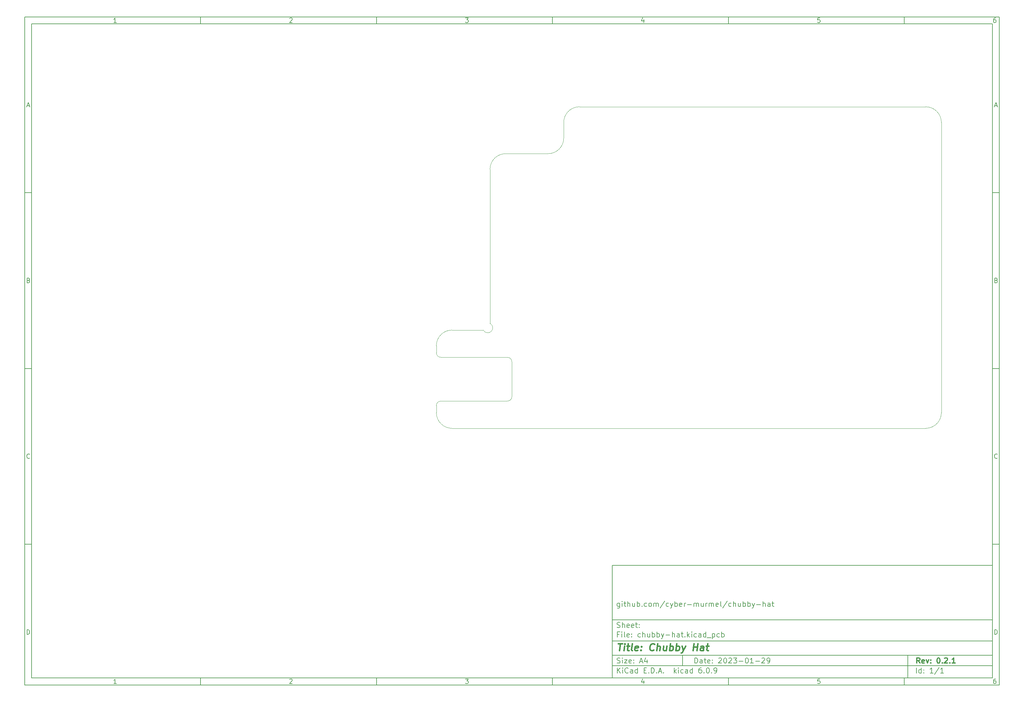
<source format=gbr>
%TF.GenerationSoftware,KiCad,Pcbnew,6.0.9*%
%TF.CreationDate,2023-02-10T02:22:57+01:00*%
%TF.ProjectId,chubby-hat,63687562-6279-42d6-9861-742e6b696361,0.2.1*%
%TF.SameCoordinates,Original*%
%TF.FileFunction,Profile,NP*%
%FSLAX46Y46*%
G04 Gerber Fmt 4.6, Leading zero omitted, Abs format (unit mm)*
G04 Created by KiCad (PCBNEW 6.0.9) date 2023-02-10 02:22:57*
%MOMM*%
%LPD*%
G01*
G04 APERTURE LIST*
%ADD10C,0.100000*%
%ADD11C,0.150000*%
%ADD12C,0.300000*%
%ADD13C,0.400000*%
%TA.AperFunction,Profile*%
%ADD14C,0.100000*%
%TD*%
G04 APERTURE END LIST*
D10*
D11*
X177002200Y-166007200D02*
X177002200Y-198007200D01*
X285002200Y-198007200D01*
X285002200Y-166007200D01*
X177002200Y-166007200D01*
D10*
D11*
X10000000Y-10000000D02*
X10000000Y-200007200D01*
X287002200Y-200007200D01*
X287002200Y-10000000D01*
X10000000Y-10000000D01*
D10*
D11*
X12000000Y-12000000D02*
X12000000Y-198007200D01*
X285002200Y-198007200D01*
X285002200Y-12000000D01*
X12000000Y-12000000D01*
D10*
D11*
X60000000Y-12000000D02*
X60000000Y-10000000D01*
D10*
D11*
X110000000Y-12000000D02*
X110000000Y-10000000D01*
D10*
D11*
X160000000Y-12000000D02*
X160000000Y-10000000D01*
D10*
D11*
X210000000Y-12000000D02*
X210000000Y-10000000D01*
D10*
D11*
X260000000Y-12000000D02*
X260000000Y-10000000D01*
D10*
D11*
X36065476Y-11588095D02*
X35322619Y-11588095D01*
X35694047Y-11588095D02*
X35694047Y-10288095D01*
X35570238Y-10473809D01*
X35446428Y-10597619D01*
X35322619Y-10659523D01*
D10*
D11*
X85322619Y-10411904D02*
X85384523Y-10350000D01*
X85508333Y-10288095D01*
X85817857Y-10288095D01*
X85941666Y-10350000D01*
X86003571Y-10411904D01*
X86065476Y-10535714D01*
X86065476Y-10659523D01*
X86003571Y-10845238D01*
X85260714Y-11588095D01*
X86065476Y-11588095D01*
D10*
D11*
X135260714Y-10288095D02*
X136065476Y-10288095D01*
X135632142Y-10783333D01*
X135817857Y-10783333D01*
X135941666Y-10845238D01*
X136003571Y-10907142D01*
X136065476Y-11030952D01*
X136065476Y-11340476D01*
X136003571Y-11464285D01*
X135941666Y-11526190D01*
X135817857Y-11588095D01*
X135446428Y-11588095D01*
X135322619Y-11526190D01*
X135260714Y-11464285D01*
D10*
D11*
X185941666Y-10721428D02*
X185941666Y-11588095D01*
X185632142Y-10226190D02*
X185322619Y-11154761D01*
X186127380Y-11154761D01*
D10*
D11*
X236003571Y-10288095D02*
X235384523Y-10288095D01*
X235322619Y-10907142D01*
X235384523Y-10845238D01*
X235508333Y-10783333D01*
X235817857Y-10783333D01*
X235941666Y-10845238D01*
X236003571Y-10907142D01*
X236065476Y-11030952D01*
X236065476Y-11340476D01*
X236003571Y-11464285D01*
X235941666Y-11526190D01*
X235817857Y-11588095D01*
X235508333Y-11588095D01*
X235384523Y-11526190D01*
X235322619Y-11464285D01*
D10*
D11*
X285941666Y-10288095D02*
X285694047Y-10288095D01*
X285570238Y-10350000D01*
X285508333Y-10411904D01*
X285384523Y-10597619D01*
X285322619Y-10845238D01*
X285322619Y-11340476D01*
X285384523Y-11464285D01*
X285446428Y-11526190D01*
X285570238Y-11588095D01*
X285817857Y-11588095D01*
X285941666Y-11526190D01*
X286003571Y-11464285D01*
X286065476Y-11340476D01*
X286065476Y-11030952D01*
X286003571Y-10907142D01*
X285941666Y-10845238D01*
X285817857Y-10783333D01*
X285570238Y-10783333D01*
X285446428Y-10845238D01*
X285384523Y-10907142D01*
X285322619Y-11030952D01*
D10*
D11*
X60000000Y-198007200D02*
X60000000Y-200007200D01*
D10*
D11*
X110000000Y-198007200D02*
X110000000Y-200007200D01*
D10*
D11*
X160000000Y-198007200D02*
X160000000Y-200007200D01*
D10*
D11*
X210000000Y-198007200D02*
X210000000Y-200007200D01*
D10*
D11*
X260000000Y-198007200D02*
X260000000Y-200007200D01*
D10*
D11*
X36065476Y-199595295D02*
X35322619Y-199595295D01*
X35694047Y-199595295D02*
X35694047Y-198295295D01*
X35570238Y-198481009D01*
X35446428Y-198604819D01*
X35322619Y-198666723D01*
D10*
D11*
X85322619Y-198419104D02*
X85384523Y-198357200D01*
X85508333Y-198295295D01*
X85817857Y-198295295D01*
X85941666Y-198357200D01*
X86003571Y-198419104D01*
X86065476Y-198542914D01*
X86065476Y-198666723D01*
X86003571Y-198852438D01*
X85260714Y-199595295D01*
X86065476Y-199595295D01*
D10*
D11*
X135260714Y-198295295D02*
X136065476Y-198295295D01*
X135632142Y-198790533D01*
X135817857Y-198790533D01*
X135941666Y-198852438D01*
X136003571Y-198914342D01*
X136065476Y-199038152D01*
X136065476Y-199347676D01*
X136003571Y-199471485D01*
X135941666Y-199533390D01*
X135817857Y-199595295D01*
X135446428Y-199595295D01*
X135322619Y-199533390D01*
X135260714Y-199471485D01*
D10*
D11*
X185941666Y-198728628D02*
X185941666Y-199595295D01*
X185632142Y-198233390D02*
X185322619Y-199161961D01*
X186127380Y-199161961D01*
D10*
D11*
X236003571Y-198295295D02*
X235384523Y-198295295D01*
X235322619Y-198914342D01*
X235384523Y-198852438D01*
X235508333Y-198790533D01*
X235817857Y-198790533D01*
X235941666Y-198852438D01*
X236003571Y-198914342D01*
X236065476Y-199038152D01*
X236065476Y-199347676D01*
X236003571Y-199471485D01*
X235941666Y-199533390D01*
X235817857Y-199595295D01*
X235508333Y-199595295D01*
X235384523Y-199533390D01*
X235322619Y-199471485D01*
D10*
D11*
X285941666Y-198295295D02*
X285694047Y-198295295D01*
X285570238Y-198357200D01*
X285508333Y-198419104D01*
X285384523Y-198604819D01*
X285322619Y-198852438D01*
X285322619Y-199347676D01*
X285384523Y-199471485D01*
X285446428Y-199533390D01*
X285570238Y-199595295D01*
X285817857Y-199595295D01*
X285941666Y-199533390D01*
X286003571Y-199471485D01*
X286065476Y-199347676D01*
X286065476Y-199038152D01*
X286003571Y-198914342D01*
X285941666Y-198852438D01*
X285817857Y-198790533D01*
X285570238Y-198790533D01*
X285446428Y-198852438D01*
X285384523Y-198914342D01*
X285322619Y-199038152D01*
D10*
D11*
X10000000Y-60000000D02*
X12000000Y-60000000D01*
D10*
D11*
X10000000Y-110000000D02*
X12000000Y-110000000D01*
D10*
D11*
X10000000Y-160000000D02*
X12000000Y-160000000D01*
D10*
D11*
X10690476Y-35216666D02*
X11309523Y-35216666D01*
X10566666Y-35588095D02*
X11000000Y-34288095D01*
X11433333Y-35588095D01*
D10*
D11*
X11092857Y-84907142D02*
X11278571Y-84969047D01*
X11340476Y-85030952D01*
X11402380Y-85154761D01*
X11402380Y-85340476D01*
X11340476Y-85464285D01*
X11278571Y-85526190D01*
X11154761Y-85588095D01*
X10659523Y-85588095D01*
X10659523Y-84288095D01*
X11092857Y-84288095D01*
X11216666Y-84350000D01*
X11278571Y-84411904D01*
X11340476Y-84535714D01*
X11340476Y-84659523D01*
X11278571Y-84783333D01*
X11216666Y-84845238D01*
X11092857Y-84907142D01*
X10659523Y-84907142D01*
D10*
D11*
X11402380Y-135464285D02*
X11340476Y-135526190D01*
X11154761Y-135588095D01*
X11030952Y-135588095D01*
X10845238Y-135526190D01*
X10721428Y-135402380D01*
X10659523Y-135278571D01*
X10597619Y-135030952D01*
X10597619Y-134845238D01*
X10659523Y-134597619D01*
X10721428Y-134473809D01*
X10845238Y-134350000D01*
X11030952Y-134288095D01*
X11154761Y-134288095D01*
X11340476Y-134350000D01*
X11402380Y-134411904D01*
D10*
D11*
X10659523Y-185588095D02*
X10659523Y-184288095D01*
X10969047Y-184288095D01*
X11154761Y-184350000D01*
X11278571Y-184473809D01*
X11340476Y-184597619D01*
X11402380Y-184845238D01*
X11402380Y-185030952D01*
X11340476Y-185278571D01*
X11278571Y-185402380D01*
X11154761Y-185526190D01*
X10969047Y-185588095D01*
X10659523Y-185588095D01*
D10*
D11*
X287002200Y-60000000D02*
X285002200Y-60000000D01*
D10*
D11*
X287002200Y-110000000D02*
X285002200Y-110000000D01*
D10*
D11*
X287002200Y-160000000D02*
X285002200Y-160000000D01*
D10*
D11*
X285692676Y-35216666D02*
X286311723Y-35216666D01*
X285568866Y-35588095D02*
X286002200Y-34288095D01*
X286435533Y-35588095D01*
D10*
D11*
X286095057Y-84907142D02*
X286280771Y-84969047D01*
X286342676Y-85030952D01*
X286404580Y-85154761D01*
X286404580Y-85340476D01*
X286342676Y-85464285D01*
X286280771Y-85526190D01*
X286156961Y-85588095D01*
X285661723Y-85588095D01*
X285661723Y-84288095D01*
X286095057Y-84288095D01*
X286218866Y-84350000D01*
X286280771Y-84411904D01*
X286342676Y-84535714D01*
X286342676Y-84659523D01*
X286280771Y-84783333D01*
X286218866Y-84845238D01*
X286095057Y-84907142D01*
X285661723Y-84907142D01*
D10*
D11*
X286404580Y-135464285D02*
X286342676Y-135526190D01*
X286156961Y-135588095D01*
X286033152Y-135588095D01*
X285847438Y-135526190D01*
X285723628Y-135402380D01*
X285661723Y-135278571D01*
X285599819Y-135030952D01*
X285599819Y-134845238D01*
X285661723Y-134597619D01*
X285723628Y-134473809D01*
X285847438Y-134350000D01*
X286033152Y-134288095D01*
X286156961Y-134288095D01*
X286342676Y-134350000D01*
X286404580Y-134411904D01*
D10*
D11*
X285661723Y-185588095D02*
X285661723Y-184288095D01*
X285971247Y-184288095D01*
X286156961Y-184350000D01*
X286280771Y-184473809D01*
X286342676Y-184597619D01*
X286404580Y-184845238D01*
X286404580Y-185030952D01*
X286342676Y-185278571D01*
X286280771Y-185402380D01*
X286156961Y-185526190D01*
X285971247Y-185588095D01*
X285661723Y-185588095D01*
D10*
D11*
X200434342Y-193785771D02*
X200434342Y-192285771D01*
X200791485Y-192285771D01*
X201005771Y-192357200D01*
X201148628Y-192500057D01*
X201220057Y-192642914D01*
X201291485Y-192928628D01*
X201291485Y-193142914D01*
X201220057Y-193428628D01*
X201148628Y-193571485D01*
X201005771Y-193714342D01*
X200791485Y-193785771D01*
X200434342Y-193785771D01*
X202577200Y-193785771D02*
X202577200Y-193000057D01*
X202505771Y-192857200D01*
X202362914Y-192785771D01*
X202077200Y-192785771D01*
X201934342Y-192857200D01*
X202577200Y-193714342D02*
X202434342Y-193785771D01*
X202077200Y-193785771D01*
X201934342Y-193714342D01*
X201862914Y-193571485D01*
X201862914Y-193428628D01*
X201934342Y-193285771D01*
X202077200Y-193214342D01*
X202434342Y-193214342D01*
X202577200Y-193142914D01*
X203077200Y-192785771D02*
X203648628Y-192785771D01*
X203291485Y-192285771D02*
X203291485Y-193571485D01*
X203362914Y-193714342D01*
X203505771Y-193785771D01*
X203648628Y-193785771D01*
X204720057Y-193714342D02*
X204577200Y-193785771D01*
X204291485Y-193785771D01*
X204148628Y-193714342D01*
X204077200Y-193571485D01*
X204077200Y-193000057D01*
X204148628Y-192857200D01*
X204291485Y-192785771D01*
X204577200Y-192785771D01*
X204720057Y-192857200D01*
X204791485Y-193000057D01*
X204791485Y-193142914D01*
X204077200Y-193285771D01*
X205434342Y-193642914D02*
X205505771Y-193714342D01*
X205434342Y-193785771D01*
X205362914Y-193714342D01*
X205434342Y-193642914D01*
X205434342Y-193785771D01*
X205434342Y-192857200D02*
X205505771Y-192928628D01*
X205434342Y-193000057D01*
X205362914Y-192928628D01*
X205434342Y-192857200D01*
X205434342Y-193000057D01*
X207220057Y-192428628D02*
X207291485Y-192357200D01*
X207434342Y-192285771D01*
X207791485Y-192285771D01*
X207934342Y-192357200D01*
X208005771Y-192428628D01*
X208077200Y-192571485D01*
X208077200Y-192714342D01*
X208005771Y-192928628D01*
X207148628Y-193785771D01*
X208077200Y-193785771D01*
X209005771Y-192285771D02*
X209148628Y-192285771D01*
X209291485Y-192357200D01*
X209362914Y-192428628D01*
X209434342Y-192571485D01*
X209505771Y-192857200D01*
X209505771Y-193214342D01*
X209434342Y-193500057D01*
X209362914Y-193642914D01*
X209291485Y-193714342D01*
X209148628Y-193785771D01*
X209005771Y-193785771D01*
X208862914Y-193714342D01*
X208791485Y-193642914D01*
X208720057Y-193500057D01*
X208648628Y-193214342D01*
X208648628Y-192857200D01*
X208720057Y-192571485D01*
X208791485Y-192428628D01*
X208862914Y-192357200D01*
X209005771Y-192285771D01*
X210077200Y-192428628D02*
X210148628Y-192357200D01*
X210291485Y-192285771D01*
X210648628Y-192285771D01*
X210791485Y-192357200D01*
X210862914Y-192428628D01*
X210934342Y-192571485D01*
X210934342Y-192714342D01*
X210862914Y-192928628D01*
X210005771Y-193785771D01*
X210934342Y-193785771D01*
X211434342Y-192285771D02*
X212362914Y-192285771D01*
X211862914Y-192857200D01*
X212077200Y-192857200D01*
X212220057Y-192928628D01*
X212291485Y-193000057D01*
X212362914Y-193142914D01*
X212362914Y-193500057D01*
X212291485Y-193642914D01*
X212220057Y-193714342D01*
X212077200Y-193785771D01*
X211648628Y-193785771D01*
X211505771Y-193714342D01*
X211434342Y-193642914D01*
X213005771Y-193214342D02*
X214148628Y-193214342D01*
X215148628Y-192285771D02*
X215291485Y-192285771D01*
X215434342Y-192357200D01*
X215505771Y-192428628D01*
X215577200Y-192571485D01*
X215648628Y-192857200D01*
X215648628Y-193214342D01*
X215577200Y-193500057D01*
X215505771Y-193642914D01*
X215434342Y-193714342D01*
X215291485Y-193785771D01*
X215148628Y-193785771D01*
X215005771Y-193714342D01*
X214934342Y-193642914D01*
X214862914Y-193500057D01*
X214791485Y-193214342D01*
X214791485Y-192857200D01*
X214862914Y-192571485D01*
X214934342Y-192428628D01*
X215005771Y-192357200D01*
X215148628Y-192285771D01*
X217077200Y-193785771D02*
X216220057Y-193785771D01*
X216648628Y-193785771D02*
X216648628Y-192285771D01*
X216505771Y-192500057D01*
X216362914Y-192642914D01*
X216220057Y-192714342D01*
X217720057Y-193214342D02*
X218862914Y-193214342D01*
X219505771Y-192428628D02*
X219577200Y-192357200D01*
X219720057Y-192285771D01*
X220077200Y-192285771D01*
X220220057Y-192357200D01*
X220291485Y-192428628D01*
X220362914Y-192571485D01*
X220362914Y-192714342D01*
X220291485Y-192928628D01*
X219434342Y-193785771D01*
X220362914Y-193785771D01*
X221077200Y-193785771D02*
X221362914Y-193785771D01*
X221505771Y-193714342D01*
X221577200Y-193642914D01*
X221720057Y-193428628D01*
X221791485Y-193142914D01*
X221791485Y-192571485D01*
X221720057Y-192428628D01*
X221648628Y-192357200D01*
X221505771Y-192285771D01*
X221220057Y-192285771D01*
X221077200Y-192357200D01*
X221005771Y-192428628D01*
X220934342Y-192571485D01*
X220934342Y-192928628D01*
X221005771Y-193071485D01*
X221077200Y-193142914D01*
X221220057Y-193214342D01*
X221505771Y-193214342D01*
X221648628Y-193142914D01*
X221720057Y-193071485D01*
X221791485Y-192928628D01*
D10*
D11*
X177002200Y-194507200D02*
X285002200Y-194507200D01*
D10*
D11*
X178434342Y-196585771D02*
X178434342Y-195085771D01*
X179291485Y-196585771D02*
X178648628Y-195728628D01*
X179291485Y-195085771D02*
X178434342Y-195942914D01*
X179934342Y-196585771D02*
X179934342Y-195585771D01*
X179934342Y-195085771D02*
X179862914Y-195157200D01*
X179934342Y-195228628D01*
X180005771Y-195157200D01*
X179934342Y-195085771D01*
X179934342Y-195228628D01*
X181505771Y-196442914D02*
X181434342Y-196514342D01*
X181220057Y-196585771D01*
X181077200Y-196585771D01*
X180862914Y-196514342D01*
X180720057Y-196371485D01*
X180648628Y-196228628D01*
X180577200Y-195942914D01*
X180577200Y-195728628D01*
X180648628Y-195442914D01*
X180720057Y-195300057D01*
X180862914Y-195157200D01*
X181077200Y-195085771D01*
X181220057Y-195085771D01*
X181434342Y-195157200D01*
X181505771Y-195228628D01*
X182791485Y-196585771D02*
X182791485Y-195800057D01*
X182720057Y-195657200D01*
X182577200Y-195585771D01*
X182291485Y-195585771D01*
X182148628Y-195657200D01*
X182791485Y-196514342D02*
X182648628Y-196585771D01*
X182291485Y-196585771D01*
X182148628Y-196514342D01*
X182077200Y-196371485D01*
X182077200Y-196228628D01*
X182148628Y-196085771D01*
X182291485Y-196014342D01*
X182648628Y-196014342D01*
X182791485Y-195942914D01*
X184148628Y-196585771D02*
X184148628Y-195085771D01*
X184148628Y-196514342D02*
X184005771Y-196585771D01*
X183720057Y-196585771D01*
X183577200Y-196514342D01*
X183505771Y-196442914D01*
X183434342Y-196300057D01*
X183434342Y-195871485D01*
X183505771Y-195728628D01*
X183577200Y-195657200D01*
X183720057Y-195585771D01*
X184005771Y-195585771D01*
X184148628Y-195657200D01*
X186005771Y-195800057D02*
X186505771Y-195800057D01*
X186720057Y-196585771D02*
X186005771Y-196585771D01*
X186005771Y-195085771D01*
X186720057Y-195085771D01*
X187362914Y-196442914D02*
X187434342Y-196514342D01*
X187362914Y-196585771D01*
X187291485Y-196514342D01*
X187362914Y-196442914D01*
X187362914Y-196585771D01*
X188077200Y-196585771D02*
X188077200Y-195085771D01*
X188434342Y-195085771D01*
X188648628Y-195157200D01*
X188791485Y-195300057D01*
X188862914Y-195442914D01*
X188934342Y-195728628D01*
X188934342Y-195942914D01*
X188862914Y-196228628D01*
X188791485Y-196371485D01*
X188648628Y-196514342D01*
X188434342Y-196585771D01*
X188077200Y-196585771D01*
X189577200Y-196442914D02*
X189648628Y-196514342D01*
X189577200Y-196585771D01*
X189505771Y-196514342D01*
X189577200Y-196442914D01*
X189577200Y-196585771D01*
X190220057Y-196157200D02*
X190934342Y-196157200D01*
X190077200Y-196585771D02*
X190577200Y-195085771D01*
X191077200Y-196585771D01*
X191577200Y-196442914D02*
X191648628Y-196514342D01*
X191577200Y-196585771D01*
X191505771Y-196514342D01*
X191577200Y-196442914D01*
X191577200Y-196585771D01*
X194577200Y-196585771D02*
X194577200Y-195085771D01*
X194720057Y-196014342D02*
X195148628Y-196585771D01*
X195148628Y-195585771D02*
X194577200Y-196157200D01*
X195791485Y-196585771D02*
X195791485Y-195585771D01*
X195791485Y-195085771D02*
X195720057Y-195157200D01*
X195791485Y-195228628D01*
X195862914Y-195157200D01*
X195791485Y-195085771D01*
X195791485Y-195228628D01*
X197148628Y-196514342D02*
X197005771Y-196585771D01*
X196720057Y-196585771D01*
X196577200Y-196514342D01*
X196505771Y-196442914D01*
X196434342Y-196300057D01*
X196434342Y-195871485D01*
X196505771Y-195728628D01*
X196577200Y-195657200D01*
X196720057Y-195585771D01*
X197005771Y-195585771D01*
X197148628Y-195657200D01*
X198434342Y-196585771D02*
X198434342Y-195800057D01*
X198362914Y-195657200D01*
X198220057Y-195585771D01*
X197934342Y-195585771D01*
X197791485Y-195657200D01*
X198434342Y-196514342D02*
X198291485Y-196585771D01*
X197934342Y-196585771D01*
X197791485Y-196514342D01*
X197720057Y-196371485D01*
X197720057Y-196228628D01*
X197791485Y-196085771D01*
X197934342Y-196014342D01*
X198291485Y-196014342D01*
X198434342Y-195942914D01*
X199791485Y-196585771D02*
X199791485Y-195085771D01*
X199791485Y-196514342D02*
X199648628Y-196585771D01*
X199362914Y-196585771D01*
X199220057Y-196514342D01*
X199148628Y-196442914D01*
X199077200Y-196300057D01*
X199077200Y-195871485D01*
X199148628Y-195728628D01*
X199220057Y-195657200D01*
X199362914Y-195585771D01*
X199648628Y-195585771D01*
X199791485Y-195657200D01*
X202291485Y-195085771D02*
X202005771Y-195085771D01*
X201862914Y-195157200D01*
X201791485Y-195228628D01*
X201648628Y-195442914D01*
X201577200Y-195728628D01*
X201577200Y-196300057D01*
X201648628Y-196442914D01*
X201720057Y-196514342D01*
X201862914Y-196585771D01*
X202148628Y-196585771D01*
X202291485Y-196514342D01*
X202362914Y-196442914D01*
X202434342Y-196300057D01*
X202434342Y-195942914D01*
X202362914Y-195800057D01*
X202291485Y-195728628D01*
X202148628Y-195657200D01*
X201862914Y-195657200D01*
X201720057Y-195728628D01*
X201648628Y-195800057D01*
X201577200Y-195942914D01*
X203077200Y-196442914D02*
X203148628Y-196514342D01*
X203077200Y-196585771D01*
X203005771Y-196514342D01*
X203077200Y-196442914D01*
X203077200Y-196585771D01*
X204077200Y-195085771D02*
X204220057Y-195085771D01*
X204362914Y-195157200D01*
X204434342Y-195228628D01*
X204505771Y-195371485D01*
X204577200Y-195657200D01*
X204577200Y-196014342D01*
X204505771Y-196300057D01*
X204434342Y-196442914D01*
X204362914Y-196514342D01*
X204220057Y-196585771D01*
X204077200Y-196585771D01*
X203934342Y-196514342D01*
X203862914Y-196442914D01*
X203791485Y-196300057D01*
X203720057Y-196014342D01*
X203720057Y-195657200D01*
X203791485Y-195371485D01*
X203862914Y-195228628D01*
X203934342Y-195157200D01*
X204077200Y-195085771D01*
X205220057Y-196442914D02*
X205291485Y-196514342D01*
X205220057Y-196585771D01*
X205148628Y-196514342D01*
X205220057Y-196442914D01*
X205220057Y-196585771D01*
X206005771Y-196585771D02*
X206291485Y-196585771D01*
X206434342Y-196514342D01*
X206505771Y-196442914D01*
X206648628Y-196228628D01*
X206720057Y-195942914D01*
X206720057Y-195371485D01*
X206648628Y-195228628D01*
X206577200Y-195157200D01*
X206434342Y-195085771D01*
X206148628Y-195085771D01*
X206005771Y-195157200D01*
X205934342Y-195228628D01*
X205862914Y-195371485D01*
X205862914Y-195728628D01*
X205934342Y-195871485D01*
X206005771Y-195942914D01*
X206148628Y-196014342D01*
X206434342Y-196014342D01*
X206577200Y-195942914D01*
X206648628Y-195871485D01*
X206720057Y-195728628D01*
D10*
D11*
X177002200Y-191507200D02*
X285002200Y-191507200D01*
D10*
D12*
X264411485Y-193785771D02*
X263911485Y-193071485D01*
X263554342Y-193785771D02*
X263554342Y-192285771D01*
X264125771Y-192285771D01*
X264268628Y-192357200D01*
X264340057Y-192428628D01*
X264411485Y-192571485D01*
X264411485Y-192785771D01*
X264340057Y-192928628D01*
X264268628Y-193000057D01*
X264125771Y-193071485D01*
X263554342Y-193071485D01*
X265625771Y-193714342D02*
X265482914Y-193785771D01*
X265197200Y-193785771D01*
X265054342Y-193714342D01*
X264982914Y-193571485D01*
X264982914Y-193000057D01*
X265054342Y-192857200D01*
X265197200Y-192785771D01*
X265482914Y-192785771D01*
X265625771Y-192857200D01*
X265697200Y-193000057D01*
X265697200Y-193142914D01*
X264982914Y-193285771D01*
X266197200Y-192785771D02*
X266554342Y-193785771D01*
X266911485Y-192785771D01*
X267482914Y-193642914D02*
X267554342Y-193714342D01*
X267482914Y-193785771D01*
X267411485Y-193714342D01*
X267482914Y-193642914D01*
X267482914Y-193785771D01*
X267482914Y-192857200D02*
X267554342Y-192928628D01*
X267482914Y-193000057D01*
X267411485Y-192928628D01*
X267482914Y-192857200D01*
X267482914Y-193000057D01*
X269625771Y-192285771D02*
X269768628Y-192285771D01*
X269911485Y-192357200D01*
X269982914Y-192428628D01*
X270054342Y-192571485D01*
X270125771Y-192857200D01*
X270125771Y-193214342D01*
X270054342Y-193500057D01*
X269982914Y-193642914D01*
X269911485Y-193714342D01*
X269768628Y-193785771D01*
X269625771Y-193785771D01*
X269482914Y-193714342D01*
X269411485Y-193642914D01*
X269340057Y-193500057D01*
X269268628Y-193214342D01*
X269268628Y-192857200D01*
X269340057Y-192571485D01*
X269411485Y-192428628D01*
X269482914Y-192357200D01*
X269625771Y-192285771D01*
X270768628Y-193642914D02*
X270840057Y-193714342D01*
X270768628Y-193785771D01*
X270697200Y-193714342D01*
X270768628Y-193642914D01*
X270768628Y-193785771D01*
X271411485Y-192428628D02*
X271482914Y-192357200D01*
X271625771Y-192285771D01*
X271982914Y-192285771D01*
X272125771Y-192357200D01*
X272197200Y-192428628D01*
X272268628Y-192571485D01*
X272268628Y-192714342D01*
X272197200Y-192928628D01*
X271340057Y-193785771D01*
X272268628Y-193785771D01*
X272911485Y-193642914D02*
X272982914Y-193714342D01*
X272911485Y-193785771D01*
X272840057Y-193714342D01*
X272911485Y-193642914D01*
X272911485Y-193785771D01*
X274411485Y-193785771D02*
X273554342Y-193785771D01*
X273982914Y-193785771D02*
X273982914Y-192285771D01*
X273840057Y-192500057D01*
X273697200Y-192642914D01*
X273554342Y-192714342D01*
D10*
D11*
X178362914Y-193714342D02*
X178577200Y-193785771D01*
X178934342Y-193785771D01*
X179077200Y-193714342D01*
X179148628Y-193642914D01*
X179220057Y-193500057D01*
X179220057Y-193357200D01*
X179148628Y-193214342D01*
X179077200Y-193142914D01*
X178934342Y-193071485D01*
X178648628Y-193000057D01*
X178505771Y-192928628D01*
X178434342Y-192857200D01*
X178362914Y-192714342D01*
X178362914Y-192571485D01*
X178434342Y-192428628D01*
X178505771Y-192357200D01*
X178648628Y-192285771D01*
X179005771Y-192285771D01*
X179220057Y-192357200D01*
X179862914Y-193785771D02*
X179862914Y-192785771D01*
X179862914Y-192285771D02*
X179791485Y-192357200D01*
X179862914Y-192428628D01*
X179934342Y-192357200D01*
X179862914Y-192285771D01*
X179862914Y-192428628D01*
X180434342Y-192785771D02*
X181220057Y-192785771D01*
X180434342Y-193785771D01*
X181220057Y-193785771D01*
X182362914Y-193714342D02*
X182220057Y-193785771D01*
X181934342Y-193785771D01*
X181791485Y-193714342D01*
X181720057Y-193571485D01*
X181720057Y-193000057D01*
X181791485Y-192857200D01*
X181934342Y-192785771D01*
X182220057Y-192785771D01*
X182362914Y-192857200D01*
X182434342Y-193000057D01*
X182434342Y-193142914D01*
X181720057Y-193285771D01*
X183077200Y-193642914D02*
X183148628Y-193714342D01*
X183077200Y-193785771D01*
X183005771Y-193714342D01*
X183077200Y-193642914D01*
X183077200Y-193785771D01*
X183077200Y-192857200D02*
X183148628Y-192928628D01*
X183077200Y-193000057D01*
X183005771Y-192928628D01*
X183077200Y-192857200D01*
X183077200Y-193000057D01*
X184862914Y-193357200D02*
X185577200Y-193357200D01*
X184720057Y-193785771D02*
X185220057Y-192285771D01*
X185720057Y-193785771D01*
X186862914Y-192785771D02*
X186862914Y-193785771D01*
X186505771Y-192214342D02*
X186148628Y-193285771D01*
X187077200Y-193285771D01*
D10*
D11*
X263434342Y-196585771D02*
X263434342Y-195085771D01*
X264791485Y-196585771D02*
X264791485Y-195085771D01*
X264791485Y-196514342D02*
X264648628Y-196585771D01*
X264362914Y-196585771D01*
X264220057Y-196514342D01*
X264148628Y-196442914D01*
X264077200Y-196300057D01*
X264077200Y-195871485D01*
X264148628Y-195728628D01*
X264220057Y-195657200D01*
X264362914Y-195585771D01*
X264648628Y-195585771D01*
X264791485Y-195657200D01*
X265505771Y-196442914D02*
X265577200Y-196514342D01*
X265505771Y-196585771D01*
X265434342Y-196514342D01*
X265505771Y-196442914D01*
X265505771Y-196585771D01*
X265505771Y-195657200D02*
X265577200Y-195728628D01*
X265505771Y-195800057D01*
X265434342Y-195728628D01*
X265505771Y-195657200D01*
X265505771Y-195800057D01*
X268148628Y-196585771D02*
X267291485Y-196585771D01*
X267720057Y-196585771D02*
X267720057Y-195085771D01*
X267577200Y-195300057D01*
X267434342Y-195442914D01*
X267291485Y-195514342D01*
X269862914Y-195014342D02*
X268577200Y-196942914D01*
X271148628Y-196585771D02*
X270291485Y-196585771D01*
X270720057Y-196585771D02*
X270720057Y-195085771D01*
X270577200Y-195300057D01*
X270434342Y-195442914D01*
X270291485Y-195514342D01*
D10*
D11*
X177002200Y-187507200D02*
X285002200Y-187507200D01*
D10*
D13*
X178714580Y-188211961D02*
X179857438Y-188211961D01*
X179036009Y-190211961D02*
X179286009Y-188211961D01*
X180274104Y-190211961D02*
X180440771Y-188878628D01*
X180524104Y-188211961D02*
X180416961Y-188307200D01*
X180500295Y-188402438D01*
X180607438Y-188307200D01*
X180524104Y-188211961D01*
X180500295Y-188402438D01*
X181107438Y-188878628D02*
X181869342Y-188878628D01*
X181476485Y-188211961D02*
X181262200Y-189926247D01*
X181333628Y-190116723D01*
X181512200Y-190211961D01*
X181702676Y-190211961D01*
X182655057Y-190211961D02*
X182476485Y-190116723D01*
X182405057Y-189926247D01*
X182619342Y-188211961D01*
X184190771Y-190116723D02*
X183988390Y-190211961D01*
X183607438Y-190211961D01*
X183428866Y-190116723D01*
X183357438Y-189926247D01*
X183452676Y-189164342D01*
X183571723Y-188973866D01*
X183774104Y-188878628D01*
X184155057Y-188878628D01*
X184333628Y-188973866D01*
X184405057Y-189164342D01*
X184381247Y-189354819D01*
X183405057Y-189545295D01*
X185155057Y-190021485D02*
X185238390Y-190116723D01*
X185131247Y-190211961D01*
X185047914Y-190116723D01*
X185155057Y-190021485D01*
X185131247Y-190211961D01*
X185286009Y-188973866D02*
X185369342Y-189069104D01*
X185262200Y-189164342D01*
X185178866Y-189069104D01*
X185286009Y-188973866D01*
X185262200Y-189164342D01*
X188774104Y-190021485D02*
X188666961Y-190116723D01*
X188369342Y-190211961D01*
X188178866Y-190211961D01*
X187905057Y-190116723D01*
X187738390Y-189926247D01*
X187666961Y-189735771D01*
X187619342Y-189354819D01*
X187655057Y-189069104D01*
X187797914Y-188688152D01*
X187916961Y-188497676D01*
X188131247Y-188307200D01*
X188428866Y-188211961D01*
X188619342Y-188211961D01*
X188893152Y-188307200D01*
X188976485Y-188402438D01*
X189607438Y-190211961D02*
X189857438Y-188211961D01*
X190464580Y-190211961D02*
X190595533Y-189164342D01*
X190524104Y-188973866D01*
X190345533Y-188878628D01*
X190059819Y-188878628D01*
X189857438Y-188973866D01*
X189750295Y-189069104D01*
X192440771Y-188878628D02*
X192274104Y-190211961D01*
X191583628Y-188878628D02*
X191452676Y-189926247D01*
X191524104Y-190116723D01*
X191702676Y-190211961D01*
X191988390Y-190211961D01*
X192190771Y-190116723D01*
X192297914Y-190021485D01*
X193226485Y-190211961D02*
X193476485Y-188211961D01*
X193381247Y-188973866D02*
X193583628Y-188878628D01*
X193964580Y-188878628D01*
X194143152Y-188973866D01*
X194226485Y-189069104D01*
X194297914Y-189259580D01*
X194226485Y-189831009D01*
X194107438Y-190021485D01*
X194000295Y-190116723D01*
X193797914Y-190211961D01*
X193416961Y-190211961D01*
X193238390Y-190116723D01*
X195036009Y-190211961D02*
X195286009Y-188211961D01*
X195190771Y-188973866D02*
X195393152Y-188878628D01*
X195774104Y-188878628D01*
X195952676Y-188973866D01*
X196036009Y-189069104D01*
X196107438Y-189259580D01*
X196036009Y-189831009D01*
X195916961Y-190021485D01*
X195809819Y-190116723D01*
X195607438Y-190211961D01*
X195226485Y-190211961D01*
X195047914Y-190116723D01*
X196821723Y-188878628D02*
X197131247Y-190211961D01*
X197774104Y-188878628D02*
X197131247Y-190211961D01*
X196881247Y-190688152D01*
X196774104Y-190783390D01*
X196571723Y-190878628D01*
X199893152Y-190211961D02*
X200143152Y-188211961D01*
X200024104Y-189164342D02*
X201166961Y-189164342D01*
X201036009Y-190211961D02*
X201286009Y-188211961D01*
X202845533Y-190211961D02*
X202976485Y-189164342D01*
X202905057Y-188973866D01*
X202726485Y-188878628D01*
X202345533Y-188878628D01*
X202143152Y-188973866D01*
X202857438Y-190116723D02*
X202655057Y-190211961D01*
X202178866Y-190211961D01*
X202000295Y-190116723D01*
X201928866Y-189926247D01*
X201952676Y-189735771D01*
X202071723Y-189545295D01*
X202274104Y-189450057D01*
X202750295Y-189450057D01*
X202952676Y-189354819D01*
X203678866Y-188878628D02*
X204440771Y-188878628D01*
X204047914Y-188211961D02*
X203833628Y-189926247D01*
X203905057Y-190116723D01*
X204083628Y-190211961D01*
X204274104Y-190211961D01*
D10*
D11*
X178934342Y-185600057D02*
X178434342Y-185600057D01*
X178434342Y-186385771D02*
X178434342Y-184885771D01*
X179148628Y-184885771D01*
X179720057Y-186385771D02*
X179720057Y-185385771D01*
X179720057Y-184885771D02*
X179648628Y-184957200D01*
X179720057Y-185028628D01*
X179791485Y-184957200D01*
X179720057Y-184885771D01*
X179720057Y-185028628D01*
X180648628Y-186385771D02*
X180505771Y-186314342D01*
X180434342Y-186171485D01*
X180434342Y-184885771D01*
X181791485Y-186314342D02*
X181648628Y-186385771D01*
X181362914Y-186385771D01*
X181220057Y-186314342D01*
X181148628Y-186171485D01*
X181148628Y-185600057D01*
X181220057Y-185457200D01*
X181362914Y-185385771D01*
X181648628Y-185385771D01*
X181791485Y-185457200D01*
X181862914Y-185600057D01*
X181862914Y-185742914D01*
X181148628Y-185885771D01*
X182505771Y-186242914D02*
X182577200Y-186314342D01*
X182505771Y-186385771D01*
X182434342Y-186314342D01*
X182505771Y-186242914D01*
X182505771Y-186385771D01*
X182505771Y-185457200D02*
X182577200Y-185528628D01*
X182505771Y-185600057D01*
X182434342Y-185528628D01*
X182505771Y-185457200D01*
X182505771Y-185600057D01*
X185005771Y-186314342D02*
X184862914Y-186385771D01*
X184577200Y-186385771D01*
X184434342Y-186314342D01*
X184362914Y-186242914D01*
X184291485Y-186100057D01*
X184291485Y-185671485D01*
X184362914Y-185528628D01*
X184434342Y-185457200D01*
X184577200Y-185385771D01*
X184862914Y-185385771D01*
X185005771Y-185457200D01*
X185648628Y-186385771D02*
X185648628Y-184885771D01*
X186291485Y-186385771D02*
X186291485Y-185600057D01*
X186220057Y-185457200D01*
X186077200Y-185385771D01*
X185862914Y-185385771D01*
X185720057Y-185457200D01*
X185648628Y-185528628D01*
X187648628Y-185385771D02*
X187648628Y-186385771D01*
X187005771Y-185385771D02*
X187005771Y-186171485D01*
X187077200Y-186314342D01*
X187220057Y-186385771D01*
X187434342Y-186385771D01*
X187577200Y-186314342D01*
X187648628Y-186242914D01*
X188362914Y-186385771D02*
X188362914Y-184885771D01*
X188362914Y-185457200D02*
X188505771Y-185385771D01*
X188791485Y-185385771D01*
X188934342Y-185457200D01*
X189005771Y-185528628D01*
X189077200Y-185671485D01*
X189077200Y-186100057D01*
X189005771Y-186242914D01*
X188934342Y-186314342D01*
X188791485Y-186385771D01*
X188505771Y-186385771D01*
X188362914Y-186314342D01*
X189720057Y-186385771D02*
X189720057Y-184885771D01*
X189720057Y-185457200D02*
X189862914Y-185385771D01*
X190148628Y-185385771D01*
X190291485Y-185457200D01*
X190362914Y-185528628D01*
X190434342Y-185671485D01*
X190434342Y-186100057D01*
X190362914Y-186242914D01*
X190291485Y-186314342D01*
X190148628Y-186385771D01*
X189862914Y-186385771D01*
X189720057Y-186314342D01*
X190934342Y-185385771D02*
X191291485Y-186385771D01*
X191648628Y-185385771D02*
X191291485Y-186385771D01*
X191148628Y-186742914D01*
X191077200Y-186814342D01*
X190934342Y-186885771D01*
X192220057Y-185814342D02*
X193362914Y-185814342D01*
X194077200Y-186385771D02*
X194077200Y-184885771D01*
X194720057Y-186385771D02*
X194720057Y-185600057D01*
X194648628Y-185457200D01*
X194505771Y-185385771D01*
X194291485Y-185385771D01*
X194148628Y-185457200D01*
X194077200Y-185528628D01*
X196077200Y-186385771D02*
X196077200Y-185600057D01*
X196005771Y-185457200D01*
X195862914Y-185385771D01*
X195577200Y-185385771D01*
X195434342Y-185457200D01*
X196077200Y-186314342D02*
X195934342Y-186385771D01*
X195577200Y-186385771D01*
X195434342Y-186314342D01*
X195362914Y-186171485D01*
X195362914Y-186028628D01*
X195434342Y-185885771D01*
X195577200Y-185814342D01*
X195934342Y-185814342D01*
X196077200Y-185742914D01*
X196577200Y-185385771D02*
X197148628Y-185385771D01*
X196791485Y-184885771D02*
X196791485Y-186171485D01*
X196862914Y-186314342D01*
X197005771Y-186385771D01*
X197148628Y-186385771D01*
X197648628Y-186242914D02*
X197720057Y-186314342D01*
X197648628Y-186385771D01*
X197577200Y-186314342D01*
X197648628Y-186242914D01*
X197648628Y-186385771D01*
X198362914Y-186385771D02*
X198362914Y-184885771D01*
X198505771Y-185814342D02*
X198934342Y-186385771D01*
X198934342Y-185385771D02*
X198362914Y-185957200D01*
X199577200Y-186385771D02*
X199577200Y-185385771D01*
X199577200Y-184885771D02*
X199505771Y-184957200D01*
X199577200Y-185028628D01*
X199648628Y-184957200D01*
X199577200Y-184885771D01*
X199577200Y-185028628D01*
X200934342Y-186314342D02*
X200791485Y-186385771D01*
X200505771Y-186385771D01*
X200362914Y-186314342D01*
X200291485Y-186242914D01*
X200220057Y-186100057D01*
X200220057Y-185671485D01*
X200291485Y-185528628D01*
X200362914Y-185457200D01*
X200505771Y-185385771D01*
X200791485Y-185385771D01*
X200934342Y-185457200D01*
X202220057Y-186385771D02*
X202220057Y-185600057D01*
X202148628Y-185457200D01*
X202005771Y-185385771D01*
X201720057Y-185385771D01*
X201577200Y-185457200D01*
X202220057Y-186314342D02*
X202077200Y-186385771D01*
X201720057Y-186385771D01*
X201577200Y-186314342D01*
X201505771Y-186171485D01*
X201505771Y-186028628D01*
X201577200Y-185885771D01*
X201720057Y-185814342D01*
X202077200Y-185814342D01*
X202220057Y-185742914D01*
X203577200Y-186385771D02*
X203577200Y-184885771D01*
X203577200Y-186314342D02*
X203434342Y-186385771D01*
X203148628Y-186385771D01*
X203005771Y-186314342D01*
X202934342Y-186242914D01*
X202862914Y-186100057D01*
X202862914Y-185671485D01*
X202934342Y-185528628D01*
X203005771Y-185457200D01*
X203148628Y-185385771D01*
X203434342Y-185385771D01*
X203577200Y-185457200D01*
X203934342Y-186528628D02*
X205077200Y-186528628D01*
X205434342Y-185385771D02*
X205434342Y-186885771D01*
X205434342Y-185457200D02*
X205577200Y-185385771D01*
X205862914Y-185385771D01*
X206005771Y-185457200D01*
X206077200Y-185528628D01*
X206148628Y-185671485D01*
X206148628Y-186100057D01*
X206077200Y-186242914D01*
X206005771Y-186314342D01*
X205862914Y-186385771D01*
X205577200Y-186385771D01*
X205434342Y-186314342D01*
X207434342Y-186314342D02*
X207291485Y-186385771D01*
X207005771Y-186385771D01*
X206862914Y-186314342D01*
X206791485Y-186242914D01*
X206720057Y-186100057D01*
X206720057Y-185671485D01*
X206791485Y-185528628D01*
X206862914Y-185457200D01*
X207005771Y-185385771D01*
X207291485Y-185385771D01*
X207434342Y-185457200D01*
X208077200Y-186385771D02*
X208077200Y-184885771D01*
X208077200Y-185457200D02*
X208220057Y-185385771D01*
X208505771Y-185385771D01*
X208648628Y-185457200D01*
X208720057Y-185528628D01*
X208791485Y-185671485D01*
X208791485Y-186100057D01*
X208720057Y-186242914D01*
X208648628Y-186314342D01*
X208505771Y-186385771D01*
X208220057Y-186385771D01*
X208077200Y-186314342D01*
D10*
D11*
X177002200Y-181507200D02*
X285002200Y-181507200D01*
D10*
D11*
X178362914Y-183614342D02*
X178577200Y-183685771D01*
X178934342Y-183685771D01*
X179077200Y-183614342D01*
X179148628Y-183542914D01*
X179220057Y-183400057D01*
X179220057Y-183257200D01*
X179148628Y-183114342D01*
X179077200Y-183042914D01*
X178934342Y-182971485D01*
X178648628Y-182900057D01*
X178505771Y-182828628D01*
X178434342Y-182757200D01*
X178362914Y-182614342D01*
X178362914Y-182471485D01*
X178434342Y-182328628D01*
X178505771Y-182257200D01*
X178648628Y-182185771D01*
X179005771Y-182185771D01*
X179220057Y-182257200D01*
X179862914Y-183685771D02*
X179862914Y-182185771D01*
X180505771Y-183685771D02*
X180505771Y-182900057D01*
X180434342Y-182757200D01*
X180291485Y-182685771D01*
X180077200Y-182685771D01*
X179934342Y-182757200D01*
X179862914Y-182828628D01*
X181791485Y-183614342D02*
X181648628Y-183685771D01*
X181362914Y-183685771D01*
X181220057Y-183614342D01*
X181148628Y-183471485D01*
X181148628Y-182900057D01*
X181220057Y-182757200D01*
X181362914Y-182685771D01*
X181648628Y-182685771D01*
X181791485Y-182757200D01*
X181862914Y-182900057D01*
X181862914Y-183042914D01*
X181148628Y-183185771D01*
X183077200Y-183614342D02*
X182934342Y-183685771D01*
X182648628Y-183685771D01*
X182505771Y-183614342D01*
X182434342Y-183471485D01*
X182434342Y-182900057D01*
X182505771Y-182757200D01*
X182648628Y-182685771D01*
X182934342Y-182685771D01*
X183077200Y-182757200D01*
X183148628Y-182900057D01*
X183148628Y-183042914D01*
X182434342Y-183185771D01*
X183577200Y-182685771D02*
X184148628Y-182685771D01*
X183791485Y-182185771D02*
X183791485Y-183471485D01*
X183862914Y-183614342D01*
X184005771Y-183685771D01*
X184148628Y-183685771D01*
X184648628Y-183542914D02*
X184720057Y-183614342D01*
X184648628Y-183685771D01*
X184577200Y-183614342D01*
X184648628Y-183542914D01*
X184648628Y-183685771D01*
X184648628Y-182757200D02*
X184720057Y-182828628D01*
X184648628Y-182900057D01*
X184577200Y-182828628D01*
X184648628Y-182757200D01*
X184648628Y-182900057D01*
D10*
D12*
D10*
D11*
X179077200Y-176685771D02*
X179077200Y-177900057D01*
X179005771Y-178042914D01*
X178934342Y-178114342D01*
X178791485Y-178185771D01*
X178577200Y-178185771D01*
X178434342Y-178114342D01*
X179077200Y-177614342D02*
X178934342Y-177685771D01*
X178648628Y-177685771D01*
X178505771Y-177614342D01*
X178434342Y-177542914D01*
X178362914Y-177400057D01*
X178362914Y-176971485D01*
X178434342Y-176828628D01*
X178505771Y-176757200D01*
X178648628Y-176685771D01*
X178934342Y-176685771D01*
X179077200Y-176757200D01*
X179791485Y-177685771D02*
X179791485Y-176685771D01*
X179791485Y-176185771D02*
X179720057Y-176257200D01*
X179791485Y-176328628D01*
X179862914Y-176257200D01*
X179791485Y-176185771D01*
X179791485Y-176328628D01*
X180291485Y-176685771D02*
X180862914Y-176685771D01*
X180505771Y-176185771D02*
X180505771Y-177471485D01*
X180577200Y-177614342D01*
X180720057Y-177685771D01*
X180862914Y-177685771D01*
X181362914Y-177685771D02*
X181362914Y-176185771D01*
X182005771Y-177685771D02*
X182005771Y-176900057D01*
X181934342Y-176757200D01*
X181791485Y-176685771D01*
X181577200Y-176685771D01*
X181434342Y-176757200D01*
X181362914Y-176828628D01*
X183362914Y-176685771D02*
X183362914Y-177685771D01*
X182720057Y-176685771D02*
X182720057Y-177471485D01*
X182791485Y-177614342D01*
X182934342Y-177685771D01*
X183148628Y-177685771D01*
X183291485Y-177614342D01*
X183362914Y-177542914D01*
X184077200Y-177685771D02*
X184077200Y-176185771D01*
X184077200Y-176757200D02*
X184220057Y-176685771D01*
X184505771Y-176685771D01*
X184648628Y-176757200D01*
X184720057Y-176828628D01*
X184791485Y-176971485D01*
X184791485Y-177400057D01*
X184720057Y-177542914D01*
X184648628Y-177614342D01*
X184505771Y-177685771D01*
X184220057Y-177685771D01*
X184077200Y-177614342D01*
X185434342Y-177542914D02*
X185505771Y-177614342D01*
X185434342Y-177685771D01*
X185362914Y-177614342D01*
X185434342Y-177542914D01*
X185434342Y-177685771D01*
X186791485Y-177614342D02*
X186648628Y-177685771D01*
X186362914Y-177685771D01*
X186220057Y-177614342D01*
X186148628Y-177542914D01*
X186077200Y-177400057D01*
X186077200Y-176971485D01*
X186148628Y-176828628D01*
X186220057Y-176757200D01*
X186362914Y-176685771D01*
X186648628Y-176685771D01*
X186791485Y-176757200D01*
X187648628Y-177685771D02*
X187505771Y-177614342D01*
X187434342Y-177542914D01*
X187362914Y-177400057D01*
X187362914Y-176971485D01*
X187434342Y-176828628D01*
X187505771Y-176757200D01*
X187648628Y-176685771D01*
X187862914Y-176685771D01*
X188005771Y-176757200D01*
X188077200Y-176828628D01*
X188148628Y-176971485D01*
X188148628Y-177400057D01*
X188077200Y-177542914D01*
X188005771Y-177614342D01*
X187862914Y-177685771D01*
X187648628Y-177685771D01*
X188791485Y-177685771D02*
X188791485Y-176685771D01*
X188791485Y-176828628D02*
X188862914Y-176757200D01*
X189005771Y-176685771D01*
X189220057Y-176685771D01*
X189362914Y-176757200D01*
X189434342Y-176900057D01*
X189434342Y-177685771D01*
X189434342Y-176900057D02*
X189505771Y-176757200D01*
X189648628Y-176685771D01*
X189862914Y-176685771D01*
X190005771Y-176757200D01*
X190077200Y-176900057D01*
X190077200Y-177685771D01*
X191862914Y-176114342D02*
X190577200Y-178042914D01*
X193005771Y-177614342D02*
X192862914Y-177685771D01*
X192577200Y-177685771D01*
X192434342Y-177614342D01*
X192362914Y-177542914D01*
X192291485Y-177400057D01*
X192291485Y-176971485D01*
X192362914Y-176828628D01*
X192434342Y-176757200D01*
X192577200Y-176685771D01*
X192862914Y-176685771D01*
X193005771Y-176757200D01*
X193505771Y-176685771D02*
X193862914Y-177685771D01*
X194220057Y-176685771D02*
X193862914Y-177685771D01*
X193720057Y-178042914D01*
X193648628Y-178114342D01*
X193505771Y-178185771D01*
X194791485Y-177685771D02*
X194791485Y-176185771D01*
X194791485Y-176757200D02*
X194934342Y-176685771D01*
X195220057Y-176685771D01*
X195362914Y-176757200D01*
X195434342Y-176828628D01*
X195505771Y-176971485D01*
X195505771Y-177400057D01*
X195434342Y-177542914D01*
X195362914Y-177614342D01*
X195220057Y-177685771D01*
X194934342Y-177685771D01*
X194791485Y-177614342D01*
X196720057Y-177614342D02*
X196577200Y-177685771D01*
X196291485Y-177685771D01*
X196148628Y-177614342D01*
X196077200Y-177471485D01*
X196077200Y-176900057D01*
X196148628Y-176757200D01*
X196291485Y-176685771D01*
X196577200Y-176685771D01*
X196720057Y-176757200D01*
X196791485Y-176900057D01*
X196791485Y-177042914D01*
X196077200Y-177185771D01*
X197434342Y-177685771D02*
X197434342Y-176685771D01*
X197434342Y-176971485D02*
X197505771Y-176828628D01*
X197577200Y-176757200D01*
X197720057Y-176685771D01*
X197862914Y-176685771D01*
X198362914Y-177114342D02*
X199505771Y-177114342D01*
X200220057Y-177685771D02*
X200220057Y-176685771D01*
X200220057Y-176828628D02*
X200291485Y-176757200D01*
X200434342Y-176685771D01*
X200648628Y-176685771D01*
X200791485Y-176757200D01*
X200862914Y-176900057D01*
X200862914Y-177685771D01*
X200862914Y-176900057D02*
X200934342Y-176757200D01*
X201077200Y-176685771D01*
X201291485Y-176685771D01*
X201434342Y-176757200D01*
X201505771Y-176900057D01*
X201505771Y-177685771D01*
X202862914Y-176685771D02*
X202862914Y-177685771D01*
X202220057Y-176685771D02*
X202220057Y-177471485D01*
X202291485Y-177614342D01*
X202434342Y-177685771D01*
X202648628Y-177685771D01*
X202791485Y-177614342D01*
X202862914Y-177542914D01*
X203577200Y-177685771D02*
X203577200Y-176685771D01*
X203577200Y-176971485D02*
X203648628Y-176828628D01*
X203720057Y-176757200D01*
X203862914Y-176685771D01*
X204005771Y-176685771D01*
X204505771Y-177685771D02*
X204505771Y-176685771D01*
X204505771Y-176828628D02*
X204577200Y-176757200D01*
X204720057Y-176685771D01*
X204934342Y-176685771D01*
X205077200Y-176757200D01*
X205148628Y-176900057D01*
X205148628Y-177685771D01*
X205148628Y-176900057D02*
X205220057Y-176757200D01*
X205362914Y-176685771D01*
X205577200Y-176685771D01*
X205720057Y-176757200D01*
X205791485Y-176900057D01*
X205791485Y-177685771D01*
X207077200Y-177614342D02*
X206934342Y-177685771D01*
X206648628Y-177685771D01*
X206505771Y-177614342D01*
X206434342Y-177471485D01*
X206434342Y-176900057D01*
X206505771Y-176757200D01*
X206648628Y-176685771D01*
X206934342Y-176685771D01*
X207077200Y-176757200D01*
X207148628Y-176900057D01*
X207148628Y-177042914D01*
X206434342Y-177185771D01*
X208005771Y-177685771D02*
X207862914Y-177614342D01*
X207791485Y-177471485D01*
X207791485Y-176185771D01*
X209648628Y-176114342D02*
X208362914Y-178042914D01*
X210791485Y-177614342D02*
X210648628Y-177685771D01*
X210362914Y-177685771D01*
X210220057Y-177614342D01*
X210148628Y-177542914D01*
X210077200Y-177400057D01*
X210077200Y-176971485D01*
X210148628Y-176828628D01*
X210220057Y-176757200D01*
X210362914Y-176685771D01*
X210648628Y-176685771D01*
X210791485Y-176757200D01*
X211434342Y-177685771D02*
X211434342Y-176185771D01*
X212077200Y-177685771D02*
X212077200Y-176900057D01*
X212005771Y-176757200D01*
X211862914Y-176685771D01*
X211648628Y-176685771D01*
X211505771Y-176757200D01*
X211434342Y-176828628D01*
X213434342Y-176685771D02*
X213434342Y-177685771D01*
X212791485Y-176685771D02*
X212791485Y-177471485D01*
X212862914Y-177614342D01*
X213005771Y-177685771D01*
X213220057Y-177685771D01*
X213362914Y-177614342D01*
X213434342Y-177542914D01*
X214148628Y-177685771D02*
X214148628Y-176185771D01*
X214148628Y-176757200D02*
X214291485Y-176685771D01*
X214577200Y-176685771D01*
X214720057Y-176757200D01*
X214791485Y-176828628D01*
X214862914Y-176971485D01*
X214862914Y-177400057D01*
X214791485Y-177542914D01*
X214720057Y-177614342D01*
X214577200Y-177685771D01*
X214291485Y-177685771D01*
X214148628Y-177614342D01*
X215505771Y-177685771D02*
X215505771Y-176185771D01*
X215505771Y-176757200D02*
X215648628Y-176685771D01*
X215934342Y-176685771D01*
X216077200Y-176757200D01*
X216148628Y-176828628D01*
X216220057Y-176971485D01*
X216220057Y-177400057D01*
X216148628Y-177542914D01*
X216077200Y-177614342D01*
X215934342Y-177685771D01*
X215648628Y-177685771D01*
X215505771Y-177614342D01*
X216720057Y-176685771D02*
X217077200Y-177685771D01*
X217434342Y-176685771D02*
X217077200Y-177685771D01*
X216934342Y-178042914D01*
X216862914Y-178114342D01*
X216720057Y-178185771D01*
X218005771Y-177114342D02*
X219148628Y-177114342D01*
X219862914Y-177685771D02*
X219862914Y-176185771D01*
X220505771Y-177685771D02*
X220505771Y-176900057D01*
X220434342Y-176757200D01*
X220291485Y-176685771D01*
X220077200Y-176685771D01*
X219934342Y-176757200D01*
X219862914Y-176828628D01*
X221862914Y-177685771D02*
X221862914Y-176900057D01*
X221791485Y-176757200D01*
X221648628Y-176685771D01*
X221362914Y-176685771D01*
X221220057Y-176757200D01*
X221862914Y-177614342D02*
X221720057Y-177685771D01*
X221362914Y-177685771D01*
X221220057Y-177614342D01*
X221148628Y-177471485D01*
X221148628Y-177328628D01*
X221220057Y-177185771D01*
X221362914Y-177114342D01*
X221720057Y-177114342D01*
X221862914Y-177042914D01*
X222362914Y-176685771D02*
X222934342Y-176685771D01*
X222577200Y-176185771D02*
X222577200Y-177471485D01*
X222648628Y-177614342D01*
X222791485Y-177685771D01*
X222934342Y-177685771D01*
D10*
D11*
D10*
D11*
D10*
D11*
D10*
D11*
X197002200Y-191507200D02*
X197002200Y-194507200D01*
D10*
D11*
X261002200Y-191507200D02*
X261002200Y-198007200D01*
D14*
X126999999Y-105537000D02*
X127000000Y-103505000D01*
X146685000Y-48895000D02*
G75*
G03*
X142240000Y-53340000I0J-4445000D01*
G01*
X142240000Y-53340000D02*
X142240000Y-97155000D01*
X270510000Y-122555000D02*
X270510000Y-40005000D01*
X140335000Y-99060000D02*
X131445000Y-99060000D01*
X131445000Y-99060000D02*
G75*
G03*
X127000000Y-103505000I0J-4445000D01*
G01*
X266065000Y-127000000D02*
G75*
G03*
X270510000Y-122555000I0J4445000D01*
G01*
X266065000Y-35560000D02*
X167640000Y-35560000D01*
X167640000Y-35560000D02*
G75*
G03*
X163195000Y-40005000I0J-4445000D01*
G01*
X270510000Y-40005000D02*
G75*
G03*
X266065000Y-35560000I-4445000J0D01*
G01*
X148463001Y-117983000D02*
X148463001Y-108077000D01*
X163195000Y-40005000D02*
X163195000Y-44450000D01*
X128270000Y-119253000D02*
X147193000Y-119253001D01*
X158750000Y-48895000D02*
G75*
G03*
X163195000Y-44450000I0J4445000D01*
G01*
X148463001Y-108077000D02*
G75*
G03*
X147193000Y-106806999I-1270001J0D01*
G01*
X131445000Y-127000000D02*
X266065000Y-127000000D01*
X127000000Y-122555000D02*
G75*
G03*
X131445000Y-127000000I4445000J0D01*
G01*
X128270000Y-119252999D02*
G75*
G03*
X126999999Y-120523000I0J-1270001D01*
G01*
X147193000Y-106806999D02*
X128270000Y-106807000D01*
X140335000Y-99060000D02*
G75*
G03*
X142240000Y-97155000I1270000J635000D01*
G01*
X158750001Y-48895000D02*
X146685000Y-48895000D01*
X147193000Y-119253001D02*
G75*
G03*
X148463001Y-117983000I0J1270001D01*
G01*
X126999999Y-105537000D02*
G75*
G03*
X128270000Y-106807001I1270001J0D01*
G01*
X127000000Y-122555000D02*
X126999999Y-120523000D01*
M02*

</source>
